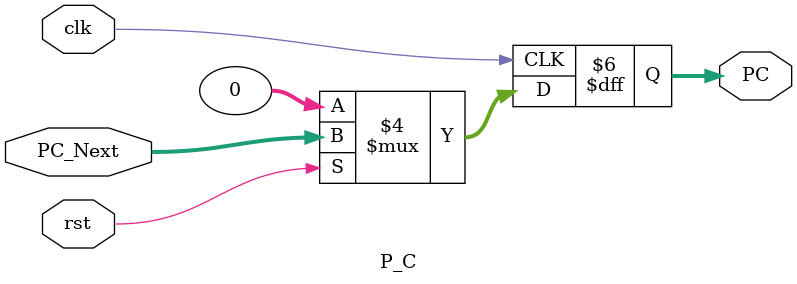
<source format=v>
module P_C(PC,PC_Next,rst,clk);
input [31:0]PC_Next;
output reg [31:0]PC; //output is a reg
input clk,rst;

always @(posedge clk)
begin

    if(rst==1'b0)
    begin
        PC<=32'h00000000;
    end
    else
    begin
        PC<=PC_Next;
    end
    
end
endmodule
</source>
